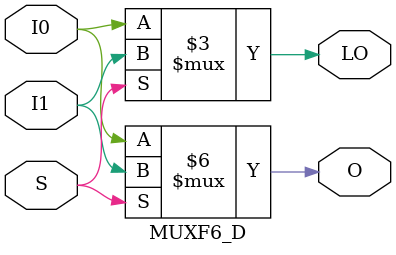
<source format=v>


`timescale  1 ps / 1 ps


module MUXF6_D (LO, O, I0, I1, S);

    output LO, O;
    reg    O, LO;

    input  I0, I1, S;

	always @(I0 or I1 or S)
	    if (S) begin
		O = I1;
		LO = I1;
            end
	    else begin
		O = I0;
		LO = I0;
	    end
endmodule


</source>
